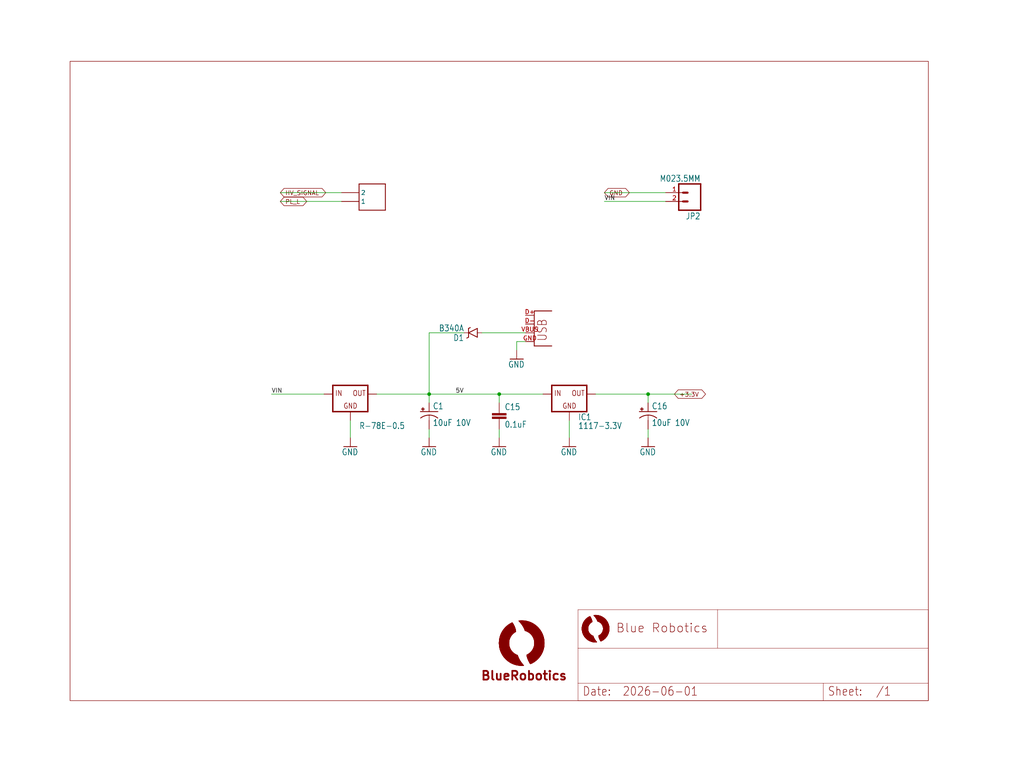
<source format=kicad_sch>
(kicad_sch (version 20231120) (generator "eeschema") (generator_version "8.0")
  (paper "User" 297.002 223.596)
  (lib_symbols
    (symbol "Fathom-X-eagle-import:CAP0603-CAP"
      (property "Reference" "C" (at 1.524 2.921 0))
      (symbol "CAP0603-CAP_1_0"
        (pin passive line (at 0 5.08 270) (length 2.54) (name "1") (number "1"))
        (pin passive line (at 0 -2.54 90) (length 2.54) (name "2") (number "2"))
      )
    )
    (symbol "Fathom-X-eagle-import:CAP_POL1206"
      (property "Reference" "C" (at 1.016 0.635 0))
      (symbol "CAP_POL1206_1_0"
        (pin passive line (at 0 2.54 270) (length 2.54) (name "+") (number "A"))
        (pin passive line (at 0 -5.08 90) (length 2.54) (name "-") (number "C"))
      )
    )
    (symbol "Fathom-X-eagle-import:DIODE-SCHOTTKY-B340A"
      (property "Reference" "D" (at 2.54 0.4826 0))
      (symbol "DIODE-SCHOTTKY-B340A_1_0"
        (pin passive line (at -2.54 0 0) (length 0) (name "A") (number "A"))
        (pin passive line (at 2.54 0 180) (length 0) (name "C") (number "C"))
      )
    )
    (symbol "Fathom-X-eagle-import:FRAME-BLUEROBOTICS"
      (symbol "FRAME-BLUEROBOTICS_2_0"
        (text "${#}/${##}" (at 86.3549 1.2496 0) (effects (font (size 2.54 2.159)) (justify left bottom)))
        (text "${CURRENT_DATE}" (at 12.8727 1.2496 0) (effects (font (size 2.54 2.159)) (justify left bottom)))
        (text "${PROJECTNAME}" (at 1.7729 10.6476 0) (effects (font (size 2.54 2.159)) (justify left bottom)))
        (text "Blue Robotics" (at 10.9423 19.6138 0) (effects (font (size 2.54 2.54)) (justify left bottom)))
        (text "Date:" (at 1.2649 1.2496 0) (effects (font (size 2.54 2.159)) (justify left bottom)))
        (text "Sheet:" (at 72.3849 1.2496 0) (effects (font (size 2.54 2.159)) (justify left bottom)))
      )
    )
    (symbol "Fathom-X-eagle-import:GND" (power)
      (symbol "GND_1_0"
        (pin power_in line (at 0 2.54 270) (length 2.54) (name "GND") (number "1"))
      )
    )
    (symbol "Fathom-X-eagle-import:HEADER-210.16MM"
      (symbol "HEADER-210.16MM_1_0"
        (pin bidirectional line (at 12.7 5.08 180) (length 5.08) (name "1") (number "P$1"))
        (pin bidirectional line (at 12.7 2.54 180) (length 5.08) (name "2") (number "P$2"))
      )
    )
    (symbol "Fathom-X-eagle-import:LOGOFULL-M"
      (symbol "LOGOFULL-M_1_0"
        (text "BlueRobotics" (at -5.4864 -4.3942 0) (effects (font (size 2.54 2.54) (thickness 0.508) (bold yes)) (justify left bottom)))
      )
    )
    (symbol "Fathom-X-eagle-import:M023.5MM"
      (property "Reference" "JP" (at -2.54 5.842 0))
      (symbol "M023.5MM_1_0"
        (pin passive line (at 7.62 0 180) (length 5.08) (name "1") (number "1"))
        (pin passive line (at 7.62 2.54 180) (length 5.08) (name "2") (number "2"))
      )
    )
    (symbol "Fathom-X-eagle-import:SparkFun-Aesthetics_GND" (power)
      (symbol "SparkFun-Aesthetics_GND_1_0"
        (pin power_in line (at 0 2.54 270) (length 2.54) (name "GND") (number "1"))
      )
    )
    (symbol "Fathom-X-eagle-import:USBSMD"
      (symbol "USBSMD_1_0"
        (text "USB" (at 3.81 0 900) (effects (font (size 2.54 2.159)) (justify left bottom)))
        (pin bidirectional line (at -2.54 7.62 0) (length 2.54) (name "D+") (number "D+"))
        (pin bidirectional line (at -2.54 5.08 0) (length 2.54) (name "D-") (number "D-"))
        (pin bidirectional line (at -2.54 0 0) (length 2.54) (name "GND") (number "GND"))
        (pin bidirectional line (at -2.54 2.54 0) (length 2.54) (name "VBUS") (number "VBUS"))
      )
    )
    (symbol "Fathom-X-eagle-import:VREG-1117-FIXEDSOT223"
      (property "Reference" "IC" (at 2.54 -7.62 0))
      (symbol "VREG-1117-FIXEDSOT223_1_0"
        (text "GND" (at -2.032 -4.318 0) (effects (font (size 1.524 1.2954)) (justify left bottom)))
        (text "IN" (at -4.445 -0.635 0) (effects (font (size 1.524 1.2954)) (justify left bottom)))
        (text "OUT" (at 0.635 -0.635 0) (effects (font (size 1.524 1.2954)) (justify left bottom)))
        (pin input line (at 0 -7.62 90) (length 2.54) (name "GND") (number "1"))
        (pin output line (at 7.62 0 180) (length 2.54) (name "OUT") (number "2"))
        (pin input line (at -7.62 0 0) (length 2.54) (name "IN") (number "3"))
      )
    )
    (symbol "Fathom-X-eagle-import:VREG-R-78E-0.5"
      (symbol "VREG-R-78E-0.5_1_0"
        (text "GND" (at -2.032 -4.318 0) (effects (font (size 1.524 1.2954)) (justify left bottom)))
        (text "IN" (at -4.445 -0.635 0) (effects (font (size 1.524 1.2954)) (justify left bottom)))
        (text "OUT" (at 0.635 -0.635 0) (effects (font (size 1.524 1.2954)) (justify left bottom)))
        (pin input line (at 0 -7.62 90) (length 2.54) (name "GND") (number "GND"))
        (pin input line (at -7.62 0 0) (length 2.54) (name "IN") (number "VIN"))
        (pin output line (at 7.62 0 180) (length 2.54) (name "OUT") (number "VOUT"))
      )
    )
  )
  (junction (at 187.96 114.3))
  (junction (at 144.78 114.3))
  (junction (at 124.46 114.3))
  (wire (pts (xy 152.4 99.06) (xy 149.86 99.06)) (stroke (width 0.1524)))
  (wire (pts (xy 193.04 58.42) (xy 175.26 58.42)) (stroke (width 0.1524)))
  (wire (pts (xy 134.62 96.52) (xy 124.46 96.52)) (stroke (width 0.1524)))
  (wire (pts (xy 193.04 55.88) (xy 175.26 55.88)) (stroke (width 0.1524)))
  (wire (pts (xy 149.86 99.06) (xy 149.86 101.6)) (stroke (width 0.1524)))
  (wire (pts (xy 172.72 114.3) (xy 187.96 114.3)) (stroke (width 0.1524)))
  (wire (pts (xy 144.78 116.84) (xy 144.78 114.3)) (stroke (width 0.1524)))
  (wire (pts (xy 101.6 121.92) (xy 101.6 127)) (stroke (width 0.1524)))
  (wire (pts (xy 165.1 121.92) (xy 165.1 127)) (stroke (width 0.1524)))
  (wire (pts (xy 144.78 127) (xy 144.78 124.46)) (stroke (width 0.1524)))
  (wire (pts (xy 109.22 114.3) (xy 124.46 114.3)) (stroke (width 0.1524)))
  (wire (pts (xy 144.78 114.3) (xy 124.46 114.3)) (stroke (width 0.1524)))
  (wire (pts (xy 124.46 96.52) (xy 124.46 114.3)) (stroke (width 0.1524)))
  (wire (pts (xy 139.7 96.52) (xy 152.4 96.52)) (stroke (width 0.1524)))
  (wire (pts (xy 93.98 114.3) (xy 78.74 114.3)) (stroke (width 0.1524)))
  (wire (pts (xy 99.06 55.88) (xy 81.28 55.88)) (stroke (width 0.1524)))
  (wire (pts (xy 99.06 58.42) (xy 81.28 58.42)) (stroke (width 0.1524)))
  (wire (pts (xy 187.96 124.46) (xy 187.96 127)) (stroke (width 0.1524)))
  (wire (pts (xy 187.96 114.3) (xy 187.96 116.84)) (stroke (width 0.1524)))
  (wire (pts (xy 144.78 114.3) (xy 157.48 114.3)) (stroke (width 0.1524)))
  (wire (pts (xy 124.46 124.46) (xy 124.46 127)) (stroke (width 0.1524)))
  (wire (pts (xy 187.96 114.3) (xy 200.66 114.3)) (stroke (width 0.1524)))
  (wire (pts (xy 124.46 114.3) (xy 124.46 116.84)) (stroke (width 0.1524)))
  (label "VIN" (at 78.74 114.3 0) (effects (font (size 1.2446 1.2446))))
  (label "5V" (at 132.08 114.3 0) (effects (font (size 1.2446 1.2446))))
  (label "VIN" (at 175.26 58.42 0) (effects (font (size 1.2446 1.2446))))
  (global_label "GND" (shape bidirectional) (at 175.26 55.88 0) (effects (font (size 1.2446 1.2446))) (property "Intersheetrefs" "${INTERSHEET_REFS}" (effects (hide yes))))
  (global_label "HV_SIGNAL" (shape bidirectional) (at 81.28 55.88 0) (effects (font (size 1.2446 1.2446))) (property "Intersheetrefs" "${INTERSHEET_REFS}" (effects (hide yes))))
  (global_label "+3.3V" (shape bidirectional) (at 195.58 114.3 0) (effects (font (size 1.2446 1.2446))) (property "Intersheetrefs" "${INTERSHEET_REFS}" (effects (hide yes))))
  (global_label "PL_L" (shape bidirectional) (at 81.28 58.42 0) (effects (font (size 1.2446 1.2446))) (property "Intersheetrefs" "${INTERSHEET_REFS}" (effects (hide yes))))
  (symbol (lib_id "Fathom-X-eagle-import:LOGOFULL-M") (at 144.78 193.04 0) (unit 1)
    (property "Reference" "U$7" (effects (hide yes)))
    (property "Value" "LOGOFULL-M" (effects (hide yes)))
    (property "Footprint" "Fathom-X:BR-FULL-LOGO-MEDIUM" (effects (hide yes)))
  )
  (symbol (lib_id "Fathom-X-eagle-import:FRAME-BLUEROBOTICS") (at 20.32 203.2 0) (unit 1)
    (property "Reference" "#FRAME2" (effects (hide yes)))
    (property "Value" "Connectors and Power" (effects (hide yes)))
  )
  (symbol (lib_id "Fathom-X-eagle-import:DIODE-SCHOTTKY-B340A") (at 137.16 96.52 180) (unit 1)
    (property "Reference" "D1" (at 134.62 97.0026 0) (effects (font (size 1.778 1.5113)) (justify left bottom)))
    (property "Value" "B340A" (at 134.62 94.2086 0) (effects (font (size 1.778 1.5113)) (justify left bottom)))
    (property "Footprint" "Fathom-X:SMA-DIODE" (effects (hide yes)))
  )
  (symbol (lib_id "Fathom-X-eagle-import:GND") (at 149.86 104.14 0) (unit 1)
    (property "Reference" "#GND1" (effects (hide yes)))
    (property "Value" "GND" (at 147.32 106.68 0) (effects (font (size 1.778 1.5113)) (justify left bottom)))
  )
  (symbol (lib_id "Fathom-X-eagle-import:FRAME-BLUEROBOTICS") (at 167.64 203.2 0) (unit 2)
    (property "Reference" "#FRAME2" (effects (hide yes)))
    (property "Value" "Connectors and Power" (effects (hide yes)))
  )
  (symbol (lib_id "Fathom-X-eagle-import:VREG-R-78E-0.5") (at 101.6 114.3 0) (unit 1)
    (property "Reference" "U$9" (effects (hide yes)))
    (property "Value" "R-78E-0.5" (at 104.14 124.46 0) (effects (font (size 1.778 1.5113)) (justify left bottom)))
    (property "Footprint" "Fathom-X:R-78E-0.5" (effects (hide yes)))
  )
  (symbol (lib_id "Fathom-X-eagle-import:CAP_POL1206") (at 124.46 119.38 0) (unit 1)
    (property "Reference" "C1" (at 125.476 118.745 0) (effects (font (size 1.778 1.5113)) (justify left bottom)))
    (property "Value" "10uF 10V" (at 125.476 123.571 0) (effects (font (size 1.778 1.5113)) (justify left bottom)))
    (property "Footprint" "Fathom-X:EIA3216" (effects (hide yes)))
  )
  (symbol (lib_id "Fathom-X-eagle-import:SparkFun-Aesthetics_GND") (at 187.96 129.54 0) (unit 1)
    (property "Reference" "#GND26" (effects (hide yes)))
    (property "Value" "GND" (at 185.42 132.08 0) (effects (font (size 1.778 1.5113)) (justify left bottom)))
  )
  (symbol (lib_id "Fathom-X-eagle-import:USBSMD") (at 154.94 99.06 0) (unit 1)
    (property "Reference" "JP3" (effects (hide yes)))
    (property "Value" "USBSMD" (effects (hide yes)))
    (property "Footprint" "Fathom-X:USB-MINIB" (effects (hide yes)))
  )
  (symbol (lib_id "Fathom-X-eagle-import:CAP_POL1206") (at 187.96 119.38 0) (unit 1)
    (property "Reference" "C16" (at 188.976 118.745 0) (effects (font (size 1.778 1.5113)) (justify left bottom)))
    (property "Value" "10uF 10V" (at 188.976 123.571 0) (effects (font (size 1.778 1.5113)) (justify left bottom)))
    (property "Footprint" "Fathom-X:EIA3216" (effects (hide yes)))
  )
  (symbol (lib_id "Fathom-X-eagle-import:GND") (at 101.6 129.54 0) (unit 1)
    (property "Reference" "#GND7" (effects (hide yes)))
    (property "Value" "GND" (at 99.06 132.08 0) (effects (font (size 1.778 1.5113)) (justify left bottom)))
  )
  (symbol (lib_id "Fathom-X-eagle-import:SparkFun-Aesthetics_GND") (at 144.78 129.54 0) (unit 1)
    (property "Reference" "#GND21" (effects (hide yes)))
    (property "Value" "GND" (at 142.24 132.08 0) (effects (font (size 1.778 1.5113)) (justify left bottom)))
  )
  (symbol (lib_id "Fathom-X-eagle-import:VREG-1117-FIXEDSOT223") (at 165.1 114.3 0) (unit 1)
    (property "Reference" "IC1" (at 167.64 121.92 0) (effects (font (size 1.778 1.5113)) (justify left bottom)))
    (property "Value" "1117-3.3V" (at 167.64 124.46 0) (effects (font (size 1.778 1.5113)) (justify left bottom)))
    (property "Footprint" "Fathom-X:SOT223" (effects (hide yes)))
  )
  (symbol (lib_id "Fathom-X-eagle-import:GND") (at 124.46 129.54 0) (unit 1)
    (property "Reference" "#GND8" (effects (hide yes)))
    (property "Value" "GND" (at 121.92 132.08 0) (effects (font (size 1.778 1.5113)) (justify left bottom)))
  )
  (symbol (lib_id "Fathom-X-eagle-import:HEADER-210.16MM") (at 111.76 53.34 180) (unit 1)
    (property "Reference" "U$8" (effects (hide yes)))
    (property "Value" "HEADER-210.16MM" (effects (hide yes)))
    (property "Footprint" "Fathom-X:HEADER-10.16MM-2POS" (effects (hide yes)))
  )
  (symbol (lib_id "Fathom-X-eagle-import:SparkFun-Aesthetics_GND") (at 165.1 129.54 0) (unit 1)
    (property "Reference" "#GND25" (effects (hide yes)))
    (property "Value" "GND" (at 162.56 132.08 0) (effects (font (size 1.778 1.5113)) (justify left bottom)))
  )
  (symbol (lib_id "Fathom-X-eagle-import:CAP0603-CAP") (at 144.78 121.92 0) (unit 1)
    (property "Reference" "C15" (at 146.304 118.999 0) (effects (font (size 1.778 1.5113)) (justify left bottom)))
    (property "Value" "0.1uF" (at 146.304 124.079 0) (effects (font (size 1.778 1.5113)) (justify left bottom)))
    (property "Footprint" "Fathom-X:0603-CAP" (effects (hide yes)))
  )
  (symbol (lib_id "Fathom-X-eagle-import:M023.5MM") (at 200.66 55.88 180) (unit 1)
    (property "Reference" "JP2" (at 203.2 61.722 0) (effects (font (size 1.778 1.5113)) (justify left bottom)))
    (property "Value" "M023.5MM" (at 203.2 50.8 0) (effects (font (size 1.778 1.5113)) (justify left bottom)))
    (property "Footprint" "Fathom-X:SCREWTERMINAL-3.5MM-2" (effects (hide yes)))
  )
)
</source>
